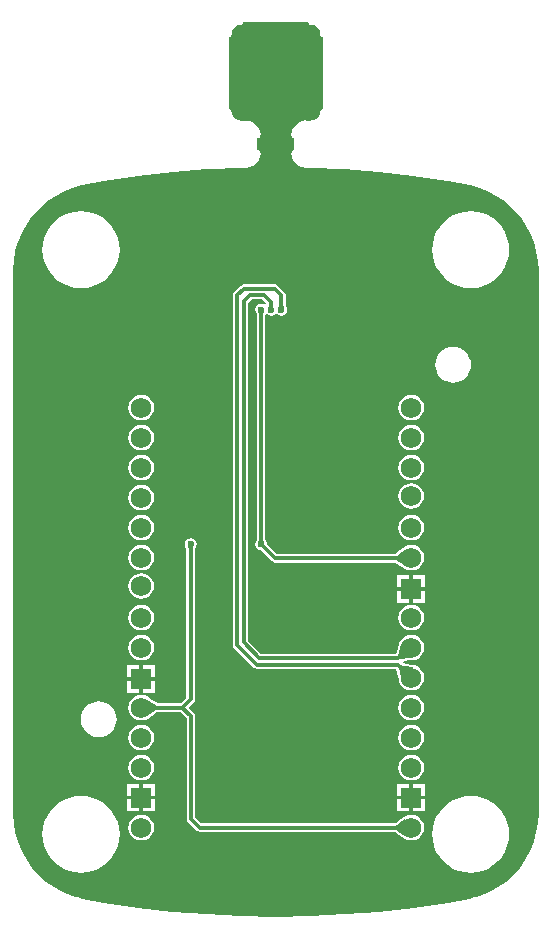
<source format=gbl>
G04*
G04 #@! TF.GenerationSoftware,Altium Limited,Altium Designer,19.0.10 (269)*
G04*
G04 Layer_Physical_Order=2*
G04 Layer_Color=16711680*
%FSLAX25Y25*%
%MOIN*%
G70*
G01*
G75*
%ADD18C,0.01181*%
%ADD19C,0.06900*%
%ADD20R,0.06900X0.06900*%
%ADD21C,0.02362*%
G36*
X99430Y299212D02*
X99506Y298828D01*
X99724Y298503D01*
X100049Y298285D01*
X100433Y298209D01*
Y298203D01*
X101191Y298103D01*
X101897Y297811D01*
X102504Y297345D01*
X102969Y296739D01*
X103261Y296033D01*
X103361Y295275D01*
X103367D01*
X103443Y294891D01*
X103661Y294566D01*
X103986Y294348D01*
X104370Y294272D01*
Y270295D01*
X104370Y270295D01*
X103986Y270218D01*
X103661Y270001D01*
X103443Y269675D01*
X103367Y269291D01*
X103361D01*
X103261Y268534D01*
X102969Y267827D01*
X102503Y267221D01*
X101897Y266756D01*
X101191Y266463D01*
X100433Y266364D01*
Y266358D01*
X100049Y266282D01*
X99898Y266181D01*
X99549Y266103D01*
X99200Y266181D01*
X99049Y266282D01*
X98665Y266358D01*
Y266381D01*
X97381Y266212D01*
X96184Y265716D01*
X95156Y264927D01*
X94367Y263899D01*
X93871Y262702D01*
X93702Y261417D01*
X93725D01*
X93801Y261033D01*
X94019Y260708D01*
X94344Y260490D01*
X94728Y260414D01*
Y256594D01*
X94344Y256518D01*
X94018Y256300D01*
X93801Y255975D01*
X93725Y255591D01*
X93701D01*
X93871Y254306D01*
X94366Y253109D01*
X95155Y252081D01*
X96183Y251292D01*
X97380Y250796D01*
X98665Y250627D01*
Y250627D01*
X98686Y250648D01*
X99888Y250628D01*
X111429Y250061D01*
X122945Y249117D01*
X134424Y247797D01*
X145853Y246101D01*
X153130Y244777D01*
X153130Y244777D01*
X153130Y244777D01*
X153624Y244697D01*
X156582Y243845D01*
X159614Y242589D01*
X162486Y241002D01*
X165162Y239103D01*
X167609Y236916D01*
X169796Y234469D01*
X171695Y231793D01*
X173282Y228921D01*
X174538Y225889D01*
X175447Y222735D01*
X175996Y219500D01*
X176156Y216650D01*
X176156Y216650D01*
X176156D01*
X176162Y216645D01*
Y35136D01*
X176156Y35131D01*
X176156Y35131D01*
X176156Y35131D01*
X175996Y32280D01*
X175447Y29045D01*
X174538Y25892D01*
X173282Y22860D01*
X171695Y19988D01*
X169796Y17311D01*
X167609Y14864D01*
X165162Y12678D01*
X162486Y10779D01*
X159614Y9191D01*
X156582Y7936D01*
X153624Y7083D01*
X153130Y7004D01*
X153130Y7004D01*
X153130Y7004D01*
X145890Y5686D01*
X134502Y3997D01*
X123065Y2681D01*
X111592Y1740D01*
X100093Y1175D01*
X88583Y987D01*
X77072Y1175D01*
X65574Y1740D01*
X54100Y2681D01*
X42663Y3997D01*
X31275Y5686D01*
X24035Y7004D01*
X24035Y7004D01*
X24035Y7004D01*
X23541Y7083D01*
X20583Y7936D01*
X17552Y9191D01*
X14680Y10779D01*
X12003Y12678D01*
X9556Y14864D01*
X7369Y17311D01*
X5470Y19988D01*
X3883Y22860D01*
X2627Y25892D01*
X1719Y29045D01*
X1169Y32280D01*
X1009Y35131D01*
X1009Y35131D01*
X1009D01*
X1003Y35136D01*
Y216645D01*
X1009Y216650D01*
X1009Y216650D01*
X1009Y216650D01*
X1169Y219500D01*
X1719Y222735D01*
X2627Y225889D01*
X3883Y228921D01*
X5470Y231793D01*
X7369Y234469D01*
X9556Y236916D01*
X12003Y239103D01*
X14680Y241002D01*
X17552Y242589D01*
X20583Y243845D01*
X23541Y244697D01*
X24035Y244777D01*
X24035Y244777D01*
X24035Y244777D01*
X31312Y246101D01*
X42742Y247797D01*
X54220Y249117D01*
X65737Y250061D01*
X77277Y250628D01*
X78479Y250648D01*
X78500Y250627D01*
Y250627D01*
X79785Y250796D01*
X80982Y251292D01*
X82010Y252081D01*
X82799Y253109D01*
X83295Y254306D01*
X83464Y255591D01*
X83441D01*
X83364Y255975D01*
X83147Y256300D01*
X82821Y256518D01*
X82437Y256594D01*
Y260414D01*
X82821Y260490D01*
X83147Y260708D01*
X83364Y261033D01*
X83441Y261417D01*
X83464D01*
X83295Y262702D01*
X82799Y263899D01*
X82010Y264927D01*
X80982Y265716D01*
X79785Y266212D01*
X78500Y266381D01*
Y266358D01*
X78116Y266282D01*
X77965Y266181D01*
X77616Y266103D01*
X77267Y266181D01*
X77116Y266282D01*
X76732Y266358D01*
Y266364D01*
X75975Y266463D01*
X75268Y266756D01*
X74662Y267221D01*
X74197Y267827D01*
X73904Y268534D01*
X73804Y269291D01*
X73799D01*
X73722Y269675D01*
X73505Y270001D01*
X73179Y270218D01*
X72795Y270295D01*
X72795Y270295D01*
Y294272D01*
X73179Y294348D01*
X73505Y294566D01*
X73722Y294891D01*
X73798Y295275D01*
X73804D01*
X73904Y296033D01*
X74196Y296739D01*
X74662Y297345D01*
X75268Y297811D01*
X75974Y298103D01*
X76732Y298203D01*
Y298209D01*
X77116Y298285D01*
X77442Y298503D01*
X77659Y298828D01*
X77736Y299212D01*
X77736Y299213D01*
X99430D01*
X99430Y299212D01*
D02*
G37*
%LPC*%
G36*
X153543Y236166D02*
X151535Y236008D01*
X149577Y235538D01*
X147716Y234767D01*
X145999Y233715D01*
X144468Y232407D01*
X143160Y230875D01*
X142107Y229158D01*
X141337Y227297D01*
X140866Y225339D01*
X140708Y223331D01*
X140866Y221323D01*
X141337Y219365D01*
X142107Y217504D01*
X143160Y215787D01*
X144468Y214256D01*
X145999Y212948D01*
X147716Y211895D01*
X149577Y211125D01*
X151535Y210654D01*
X153543Y210496D01*
X155551Y210654D01*
X157510Y211125D01*
X159370Y211895D01*
X161087Y212948D01*
X162619Y214256D01*
X163927Y215787D01*
X164979Y217504D01*
X165750Y219365D01*
X166220Y221323D01*
X166378Y223331D01*
X166220Y225339D01*
X165750Y227297D01*
X164979Y229158D01*
X163927Y230875D01*
X162619Y232407D01*
X161087Y233715D01*
X159370Y234767D01*
X157510Y235538D01*
X155551Y236008D01*
X153543Y236166D01*
D02*
G37*
G36*
X23622Y236166D02*
X21614Y236008D01*
X19656Y235538D01*
X17795Y234767D01*
X16078Y233715D01*
X14546Y232407D01*
X13239Y230875D01*
X12186Y229158D01*
X11415Y227297D01*
X10945Y225339D01*
X10787Y223331D01*
X10945Y221323D01*
X11415Y219365D01*
X12186Y217504D01*
X13239Y215787D01*
X14546Y214256D01*
X16078Y212948D01*
X17795Y211895D01*
X19656Y211125D01*
X21614Y210654D01*
X23622Y210496D01*
X25630Y210654D01*
X27588Y211125D01*
X29449Y211895D01*
X31166Y212948D01*
X32698Y214256D01*
X34006Y215787D01*
X35058Y217504D01*
X35829Y219365D01*
X36299Y221323D01*
X36457Y223331D01*
X36299Y225339D01*
X35829Y227297D01*
X35058Y229158D01*
X34006Y230875D01*
X32698Y232407D01*
X31166Y233715D01*
X29449Y234767D01*
X27588Y235538D01*
X25630Y236008D01*
X23622Y236166D01*
D02*
G37*
G36*
X88260Y211755D02*
X77913D01*
X77376Y211648D01*
X76920Y211344D01*
X74699Y209123D01*
X74395Y208668D01*
X74288Y208130D01*
Y91496D01*
X74395Y90958D01*
X74699Y90503D01*
X81192Y84010D01*
X81647Y83706D01*
X82185Y83599D01*
X128766D01*
X128783Y83582D01*
X129376Y80726D01*
X129473Y80067D01*
X129497Y79999D01*
X129554Y79563D01*
X129981Y78532D01*
X130660Y77647D01*
X131546Y76968D01*
X132577Y76541D01*
X133683Y76395D01*
X134789Y76541D01*
X135820Y76968D01*
X136705Y77647D01*
X137384Y78532D01*
X137811Y79563D01*
X137957Y80669D01*
X137811Y81775D01*
X137384Y82806D01*
X136705Y83691D01*
X135820Y84371D01*
X134789Y84798D01*
X134360Y84854D01*
X134298Y84877D01*
X131974Y85257D01*
X131230Y85421D01*
X131025Y85478D01*
X130942Y85562D01*
X130857Y85738D01*
X131138Y86261D01*
X133048Y86407D01*
X133541Y86414D01*
X133683Y86395D01*
X134789Y86541D01*
X135820Y86968D01*
X136705Y87647D01*
X137384Y88532D01*
X137811Y89563D01*
X137957Y90669D01*
X137811Y91776D01*
X137384Y92806D01*
X136705Y93691D01*
X135820Y94371D01*
X134789Y94798D01*
X133683Y94943D01*
X132577Y94798D01*
X131546Y94371D01*
X130660Y93691D01*
X129981Y92806D01*
X129554Y91776D01*
X129536Y91639D01*
X129241Y90616D01*
X128807Y89269D01*
X128583Y88689D01*
X128536Y88590D01*
X83670D01*
X79279Y92981D01*
Y205564D01*
X80480Y206764D01*
X84068D01*
X85313Y205519D01*
X85270Y205158D01*
X84780Y204930D01*
X84475Y205134D01*
X83707Y205287D01*
X82939Y205134D01*
X82288Y204699D01*
X81852Y204048D01*
X81700Y203279D01*
X81852Y202512D01*
X82075Y202179D01*
X82107Y202107D01*
X82160Y202031D01*
X82195Y201975D01*
X82224Y201921D01*
X82249Y201868D01*
X82269Y201816D01*
X82284Y201765D01*
X82297Y201713D01*
X82302Y201683D01*
Y126673D01*
X82297Y126644D01*
X82284Y126592D01*
X82269Y126540D01*
X82249Y126488D01*
X82224Y126435D01*
X82195Y126381D01*
X82160Y126325D01*
X82107Y126250D01*
X82075Y126178D01*
X81852Y125845D01*
X81700Y125077D01*
X81852Y124309D01*
X82288Y123658D01*
X82939Y123222D01*
X83331Y123144D01*
X83405Y123116D01*
X83496Y123100D01*
X83560Y123086D01*
X83619Y123068D01*
X83674Y123048D01*
X83724Y123025D01*
X83772Y123000D01*
X83818Y122972D01*
X83842Y122955D01*
X87392Y119404D01*
X87848Y119100D01*
X88386Y118993D01*
X128245D01*
X130756Y117511D01*
X131302Y117145D01*
X131330Y117134D01*
X131546Y116968D01*
X132577Y116541D01*
X133683Y116395D01*
X134789Y116541D01*
X135820Y116968D01*
X136705Y117647D01*
X137384Y118532D01*
X137811Y119563D01*
X137957Y120669D01*
X137811Y121775D01*
X137384Y122806D01*
X136705Y123691D01*
X135820Y124371D01*
X134789Y124798D01*
X133683Y124943D01*
X132577Y124798D01*
X131546Y124371D01*
X131041Y123983D01*
X130977Y123951D01*
X129119Y122471D01*
X128496Y122030D01*
X128275Y121891D01*
X128119Y121806D01*
X128110Y121803D01*
X88968D01*
X85829Y124942D01*
X85812Y124966D01*
X85783Y125011D01*
X85758Y125059D01*
X85736Y125110D01*
X85715Y125164D01*
X85698Y125223D01*
X85683Y125287D01*
X85667Y125379D01*
X85639Y125452D01*
X85561Y125845D01*
X85339Y126177D01*
X85307Y126250D01*
X85253Y126325D01*
X85218Y126381D01*
X85189Y126435D01*
X85165Y126488D01*
X85145Y126540D01*
X85129Y126592D01*
X85117Y126644D01*
X85112Y126673D01*
Y201501D01*
X85537Y201863D01*
X85577Y201862D01*
X85617Y201856D01*
X85689Y201834D01*
X86301Y201425D01*
X87069Y201273D01*
X87837Y201425D01*
X88434Y201824D01*
X88616Y201878D01*
X88884D01*
X89065Y201824D01*
X89663Y201425D01*
X90431Y201273D01*
X91199Y201425D01*
X91850Y201860D01*
X92285Y202512D01*
X92438Y203279D01*
X92285Y204048D01*
X92063Y204380D01*
X92031Y204452D01*
X91977Y204528D01*
X91943Y204584D01*
X91913Y204638D01*
X91889Y204691D01*
X91869Y204743D01*
X91853Y204794D01*
X91841Y204846D01*
X91836Y204876D01*
Y208179D01*
X91729Y208717D01*
X91425Y209173D01*
X89253Y211344D01*
X88797Y211648D01*
X88260Y211755D01*
D02*
G37*
G36*
X147638Y190879D02*
X146480Y190765D01*
X145367Y190428D01*
X144341Y189879D01*
X143442Y189141D01*
X142704Y188242D01*
X142155Y187216D01*
X141818Y186103D01*
X141704Y184945D01*
X141818Y183788D01*
X142155Y182675D01*
X142704Y181649D01*
X143442Y180749D01*
X144341Y180011D01*
X145367Y179463D01*
X146480Y179125D01*
X147638Y179011D01*
X148795Y179125D01*
X149909Y179463D01*
X150935Y180011D01*
X151834Y180749D01*
X152572Y181649D01*
X153120Y182675D01*
X153458Y183788D01*
X153572Y184945D01*
X153458Y186103D01*
X153120Y187216D01*
X152572Y188242D01*
X151834Y189141D01*
X150935Y189879D01*
X149909Y190428D01*
X148795Y190765D01*
X147638Y190879D01*
D02*
G37*
G36*
X133683Y174943D02*
X132577Y174798D01*
X131546Y174371D01*
X130660Y173691D01*
X129981Y172806D01*
X129554Y171775D01*
X129409Y170669D01*
X129554Y169563D01*
X129981Y168532D01*
X130660Y167647D01*
X131546Y166968D01*
X132577Y166541D01*
X133683Y166395D01*
X134789Y166541D01*
X135820Y166968D01*
X136705Y167647D01*
X137384Y168532D01*
X137811Y169563D01*
X137957Y170669D01*
X137811Y171775D01*
X137384Y172806D01*
X136705Y173691D01*
X135820Y174371D01*
X134789Y174798D01*
X133683Y174943D01*
D02*
G37*
G36*
X43683D02*
X42577Y174798D01*
X41546Y174371D01*
X40661Y173691D01*
X39981Y172806D01*
X39554Y171775D01*
X39409Y170669D01*
X39554Y169563D01*
X39981Y168532D01*
X40661Y167647D01*
X41546Y166968D01*
X42577Y166541D01*
X43683Y166395D01*
X44789Y166541D01*
X45820Y166968D01*
X46705Y167647D01*
X47384Y168532D01*
X47811Y169563D01*
X47957Y170669D01*
X47811Y171775D01*
X47384Y172806D01*
X46705Y173691D01*
X45820Y174371D01*
X44789Y174798D01*
X43683Y174943D01*
D02*
G37*
G36*
X133683Y164943D02*
X132577Y164798D01*
X131546Y164371D01*
X130660Y163691D01*
X129981Y162806D01*
X129554Y161776D01*
X129409Y160669D01*
X129554Y159563D01*
X129981Y158532D01*
X130660Y157647D01*
X131546Y156968D01*
X132577Y156541D01*
X133683Y156395D01*
X134789Y156541D01*
X135820Y156968D01*
X136705Y157647D01*
X137384Y158532D01*
X137811Y159563D01*
X137957Y160669D01*
X137811Y161776D01*
X137384Y162806D01*
X136705Y163691D01*
X135820Y164371D01*
X134789Y164798D01*
X133683Y164943D01*
D02*
G37*
G36*
X43683D02*
X42577Y164798D01*
X41546Y164371D01*
X40661Y163691D01*
X39981Y162806D01*
X39554Y161776D01*
X39409Y160669D01*
X39554Y159563D01*
X39981Y158532D01*
X40661Y157647D01*
X41546Y156968D01*
X42577Y156541D01*
X43683Y156395D01*
X44789Y156541D01*
X45820Y156968D01*
X46705Y157647D01*
X47384Y158532D01*
X47811Y159563D01*
X47957Y160669D01*
X47811Y161776D01*
X47384Y162806D01*
X46705Y163691D01*
X45820Y164371D01*
X44789Y164798D01*
X43683Y164943D01*
D02*
G37*
G36*
X133683Y154943D02*
X132577Y154798D01*
X131546Y154371D01*
X130660Y153691D01*
X129981Y152806D01*
X129554Y151776D01*
X129409Y150669D01*
X129554Y149563D01*
X129981Y148532D01*
X130660Y147647D01*
X131546Y146968D01*
X132577Y146541D01*
X133683Y146395D01*
X134789Y146541D01*
X135820Y146968D01*
X136705Y147647D01*
X137384Y148532D01*
X137811Y149563D01*
X137957Y150669D01*
X137811Y151776D01*
X137384Y152806D01*
X136705Y153691D01*
X135820Y154371D01*
X134789Y154798D01*
X133683Y154943D01*
D02*
G37*
G36*
X43683D02*
X42577Y154798D01*
X41546Y154371D01*
X40661Y153691D01*
X39981Y152806D01*
X39554Y151776D01*
X39409Y150669D01*
X39554Y149563D01*
X39981Y148532D01*
X40661Y147647D01*
X41546Y146968D01*
X42577Y146541D01*
X43683Y146395D01*
X44789Y146541D01*
X45820Y146968D01*
X46705Y147647D01*
X47384Y148532D01*
X47811Y149563D01*
X47957Y150669D01*
X47811Y151776D01*
X47384Y152806D01*
X46705Y153691D01*
X45820Y154371D01*
X44789Y154798D01*
X43683Y154943D01*
D02*
G37*
G36*
X133683Y145443D02*
X132577Y145298D01*
X131546Y144871D01*
X130660Y144191D01*
X129981Y143306D01*
X129554Y142276D01*
X129409Y141169D01*
X129554Y140063D01*
X129981Y139032D01*
X130660Y138147D01*
X131546Y137468D01*
X132577Y137041D01*
X133683Y136895D01*
X134789Y137041D01*
X135820Y137468D01*
X136705Y138147D01*
X137384Y139032D01*
X137811Y140063D01*
X137957Y141169D01*
X137811Y142276D01*
X137384Y143306D01*
X136705Y144191D01*
X135820Y144871D01*
X134789Y145298D01*
X133683Y145443D01*
D02*
G37*
G36*
X43683Y144943D02*
X42577Y144798D01*
X41546Y144371D01*
X40661Y143691D01*
X39981Y142806D01*
X39554Y141776D01*
X39409Y140669D01*
X39554Y139563D01*
X39981Y138532D01*
X40661Y137647D01*
X41546Y136968D01*
X42577Y136541D01*
X43683Y136395D01*
X44789Y136541D01*
X45820Y136968D01*
X46705Y137647D01*
X47384Y138532D01*
X47811Y139563D01*
X47957Y140669D01*
X47811Y141776D01*
X47384Y142806D01*
X46705Y143691D01*
X45820Y144371D01*
X44789Y144798D01*
X43683Y144943D01*
D02*
G37*
G36*
X133683Y134943D02*
X132577Y134798D01*
X131546Y134371D01*
X130660Y133691D01*
X129981Y132806D01*
X129554Y131775D01*
X129409Y130669D01*
X129554Y129563D01*
X129981Y128532D01*
X130660Y127647D01*
X131546Y126968D01*
X132577Y126541D01*
X133683Y126395D01*
X134789Y126541D01*
X135820Y126968D01*
X136705Y127647D01*
X137384Y128532D01*
X137811Y129563D01*
X137957Y130669D01*
X137811Y131775D01*
X137384Y132806D01*
X136705Y133691D01*
X135820Y134371D01*
X134789Y134798D01*
X133683Y134943D01*
D02*
G37*
G36*
X43683D02*
X42577Y134798D01*
X41546Y134371D01*
X40661Y133691D01*
X39981Y132806D01*
X39554Y131775D01*
X39409Y130669D01*
X39554Y129563D01*
X39981Y128532D01*
X40661Y127647D01*
X41546Y126968D01*
X42577Y126541D01*
X43683Y126395D01*
X44789Y126541D01*
X45820Y126968D01*
X46705Y127647D01*
X47384Y128532D01*
X47811Y129563D01*
X47957Y130669D01*
X47811Y131775D01*
X47384Y132806D01*
X46705Y133691D01*
X45820Y134371D01*
X44789Y134798D01*
X43683Y134943D01*
D02*
G37*
G36*
Y124943D02*
X42577Y124798D01*
X41546Y124371D01*
X40661Y123691D01*
X39981Y122806D01*
X39554Y121775D01*
X39409Y120669D01*
X39554Y119563D01*
X39981Y118532D01*
X40661Y117647D01*
X41546Y116968D01*
X42577Y116541D01*
X43683Y116395D01*
X44789Y116541D01*
X45820Y116968D01*
X46705Y117647D01*
X47384Y118532D01*
X47811Y119563D01*
X47957Y120669D01*
X47811Y121775D01*
X47384Y122806D01*
X46705Y123691D01*
X45820Y124371D01*
X44789Y124798D01*
X43683Y124943D01*
D02*
G37*
G36*
X138314Y114800D02*
X134273D01*
Y110760D01*
X138314D01*
Y114800D01*
D02*
G37*
G36*
X133092D02*
X129052D01*
Y110760D01*
X133092D01*
Y114800D01*
D02*
G37*
G36*
X43683Y115443D02*
X42577Y115298D01*
X41546Y114871D01*
X40661Y114191D01*
X39981Y113306D01*
X39554Y112276D01*
X39409Y111169D01*
X39554Y110063D01*
X39981Y109032D01*
X40661Y108147D01*
X41546Y107468D01*
X42577Y107041D01*
X43683Y106895D01*
X44789Y107041D01*
X45820Y107468D01*
X46705Y108147D01*
X47384Y109032D01*
X47811Y110063D01*
X47957Y111169D01*
X47811Y112276D01*
X47384Y113306D01*
X46705Y114191D01*
X45820Y114871D01*
X44789Y115298D01*
X43683Y115443D01*
D02*
G37*
G36*
X138314Y109579D02*
X134273D01*
Y105538D01*
X138314D01*
Y109579D01*
D02*
G37*
G36*
X133092D02*
X129052D01*
Y105538D01*
X133092D01*
Y109579D01*
D02*
G37*
G36*
X133683Y104943D02*
X132577Y104798D01*
X131546Y104371D01*
X130660Y103691D01*
X129981Y102806D01*
X129554Y101776D01*
X129409Y100669D01*
X129554Y99563D01*
X129981Y98532D01*
X130660Y97647D01*
X131546Y96968D01*
X132577Y96541D01*
X133683Y96395D01*
X134789Y96541D01*
X135820Y96968D01*
X136705Y97647D01*
X137384Y98532D01*
X137811Y99563D01*
X137957Y100669D01*
X137811Y101776D01*
X137384Y102806D01*
X136705Y103691D01*
X135820Y104371D01*
X134789Y104798D01*
X133683Y104943D01*
D02*
G37*
G36*
X43683D02*
X42577Y104798D01*
X41546Y104371D01*
X40661Y103691D01*
X39981Y102806D01*
X39554Y101776D01*
X39409Y100669D01*
X39554Y99563D01*
X39981Y98532D01*
X40661Y97647D01*
X41546Y96968D01*
X42577Y96541D01*
X43683Y96395D01*
X44789Y96541D01*
X45820Y96968D01*
X46705Y97647D01*
X47384Y98532D01*
X47811Y99563D01*
X47957Y100669D01*
X47811Y101776D01*
X47384Y102806D01*
X46705Y103691D01*
X45820Y104371D01*
X44789Y104798D01*
X43683Y104943D01*
D02*
G37*
G36*
Y94943D02*
X42577Y94798D01*
X41546Y94371D01*
X40661Y93691D01*
X39981Y92806D01*
X39554Y91776D01*
X39409Y90669D01*
X39554Y89563D01*
X39981Y88532D01*
X40661Y87647D01*
X41546Y86968D01*
X42577Y86541D01*
X43683Y86395D01*
X44789Y86541D01*
X45820Y86968D01*
X46705Y87647D01*
X47384Y88532D01*
X47811Y89563D01*
X47957Y90669D01*
X47811Y91776D01*
X47384Y92806D01*
X46705Y93691D01*
X45820Y94371D01*
X44789Y94798D01*
X43683Y94943D01*
D02*
G37*
G36*
X48314Y84800D02*
X44273D01*
Y80760D01*
X48314D01*
Y84800D01*
D02*
G37*
G36*
X43092D02*
X39052D01*
Y80760D01*
X43092D01*
Y84800D01*
D02*
G37*
G36*
X48314Y79579D02*
X44273D01*
Y75538D01*
X48314D01*
Y79579D01*
D02*
G37*
G36*
X43092D02*
X39052D01*
Y75538D01*
X43092D01*
Y79579D01*
D02*
G37*
G36*
X60138Y127084D02*
X59370Y126931D01*
X58719Y126496D01*
X58284Y125845D01*
X58131Y125077D01*
X58284Y124309D01*
X58531Y123938D01*
X58563Y123870D01*
X58621Y123792D01*
X58659Y123734D01*
X58691Y123678D01*
X58717Y123624D01*
X58738Y123573D01*
X58755Y123523D01*
X58767Y123473D01*
X58772Y123447D01*
Y73991D01*
X56855Y72074D01*
X49207D01*
X46768Y73674D01*
X46234Y74072D01*
X46168Y74103D01*
X45820Y74371D01*
X44789Y74798D01*
X43683Y74943D01*
X42577Y74798D01*
X41546Y74371D01*
X40661Y73691D01*
X39981Y72806D01*
X39554Y71776D01*
X39409Y70669D01*
X39554Y69563D01*
X39981Y68532D01*
X40661Y67647D01*
X41546Y66968D01*
X42577Y66541D01*
X43683Y66395D01*
X44789Y66541D01*
X45820Y66968D01*
X46163Y67232D01*
X46223Y67259D01*
X48134Y68633D01*
X48777Y69043D01*
X49006Y69173D01*
X49171Y69254D01*
X49199Y69264D01*
X56855D01*
X58894Y67225D01*
Y33559D01*
X59001Y33021D01*
X59306Y32566D01*
X62195Y29676D01*
X62651Y29371D01*
X63189Y29264D01*
X128158D01*
X130597Y27664D01*
X131132Y27266D01*
X131197Y27235D01*
X131546Y26968D01*
X132577Y26541D01*
X133683Y26395D01*
X134789Y26541D01*
X135820Y26968D01*
X136705Y27647D01*
X137384Y28532D01*
X137811Y29563D01*
X137957Y30669D01*
X137811Y31776D01*
X137384Y32806D01*
X136705Y33691D01*
X135820Y34371D01*
X134789Y34798D01*
X133683Y34943D01*
X132577Y34798D01*
X131546Y34371D01*
X131202Y34107D01*
X131142Y34080D01*
X129231Y32705D01*
X128588Y32295D01*
X128359Y32165D01*
X128194Y32085D01*
X128167Y32074D01*
X63771D01*
X61704Y34141D01*
Y67807D01*
X61597Y68345D01*
X61293Y68800D01*
X59424Y70669D01*
X61171Y72416D01*
X61475Y72872D01*
X61582Y73409D01*
Y123517D01*
X61587Y123549D01*
X61599Y123604D01*
X61614Y123657D01*
X61633Y123709D01*
X61656Y123761D01*
X61682Y123813D01*
X61713Y123865D01*
X61762Y123938D01*
X61792Y124009D01*
X61992Y124309D01*
X62145Y125077D01*
X61992Y125845D01*
X61557Y126496D01*
X60906Y126931D01*
X60138Y127084D01*
D02*
G37*
G36*
X133683Y74943D02*
X132577Y74798D01*
X131546Y74371D01*
X130660Y73691D01*
X129981Y72806D01*
X129554Y71776D01*
X129409Y70669D01*
X129554Y69563D01*
X129981Y68532D01*
X130660Y67647D01*
X131546Y66968D01*
X132577Y66541D01*
X133683Y66395D01*
X134789Y66541D01*
X135820Y66968D01*
X136705Y67647D01*
X137384Y68532D01*
X137811Y69563D01*
X137957Y70669D01*
X137811Y71776D01*
X137384Y72806D01*
X136705Y73691D01*
X135820Y74371D01*
X134789Y74798D01*
X133683Y74943D01*
D02*
G37*
G36*
X29528Y72769D02*
X28370Y72655D01*
X27257Y72317D01*
X26231Y71769D01*
X25332Y71031D01*
X24593Y70132D01*
X24045Y69106D01*
X23708Y67993D01*
X23594Y66835D01*
X23708Y65677D01*
X24045Y64564D01*
X24593Y63538D01*
X25332Y62639D01*
X26231Y61901D01*
X27257Y61353D01*
X28370Y61015D01*
X29528Y60901D01*
X30685Y61015D01*
X31798Y61353D01*
X32824Y61901D01*
X33724Y62639D01*
X34462Y63538D01*
X35010Y64564D01*
X35348Y65677D01*
X35462Y66835D01*
X35348Y67993D01*
X35010Y69106D01*
X34462Y70132D01*
X33724Y71031D01*
X32824Y71769D01*
X31798Y72317D01*
X30685Y72655D01*
X29528Y72769D01*
D02*
G37*
G36*
X133683Y64943D02*
X132577Y64798D01*
X131546Y64371D01*
X130660Y63691D01*
X129981Y62806D01*
X129554Y61775D01*
X129409Y60669D01*
X129554Y59563D01*
X129981Y58532D01*
X130660Y57647D01*
X131546Y56968D01*
X132577Y56541D01*
X133683Y56395D01*
X134789Y56541D01*
X135820Y56968D01*
X136705Y57647D01*
X137384Y58532D01*
X137811Y59563D01*
X137957Y60669D01*
X137811Y61775D01*
X137384Y62806D01*
X136705Y63691D01*
X135820Y64371D01*
X134789Y64798D01*
X133683Y64943D01*
D02*
G37*
G36*
X43683D02*
X42577Y64798D01*
X41546Y64371D01*
X40661Y63691D01*
X39981Y62806D01*
X39554Y61775D01*
X39409Y60669D01*
X39554Y59563D01*
X39981Y58532D01*
X40661Y57647D01*
X41546Y56968D01*
X42577Y56541D01*
X43683Y56395D01*
X44789Y56541D01*
X45820Y56968D01*
X46705Y57647D01*
X47384Y58532D01*
X47811Y59563D01*
X47957Y60669D01*
X47811Y61775D01*
X47384Y62806D01*
X46705Y63691D01*
X45820Y64371D01*
X44789Y64798D01*
X43683Y64943D01*
D02*
G37*
G36*
X133683Y54943D02*
X132577Y54798D01*
X131546Y54371D01*
X130660Y53691D01*
X129981Y52806D01*
X129554Y51775D01*
X129409Y50669D01*
X129554Y49563D01*
X129981Y48532D01*
X130660Y47647D01*
X131546Y46968D01*
X132577Y46541D01*
X133683Y46395D01*
X134789Y46541D01*
X135820Y46968D01*
X136705Y47647D01*
X137384Y48532D01*
X137811Y49563D01*
X137957Y50669D01*
X137811Y51775D01*
X137384Y52806D01*
X136705Y53691D01*
X135820Y54371D01*
X134789Y54798D01*
X133683Y54943D01*
D02*
G37*
G36*
X43683D02*
X42577Y54798D01*
X41546Y54371D01*
X40661Y53691D01*
X39981Y52806D01*
X39554Y51775D01*
X39409Y50669D01*
X39554Y49563D01*
X39981Y48532D01*
X40661Y47647D01*
X41546Y46968D01*
X42577Y46541D01*
X43683Y46395D01*
X44789Y46541D01*
X45820Y46968D01*
X46705Y47647D01*
X47384Y48532D01*
X47811Y49563D01*
X47957Y50669D01*
X47811Y51775D01*
X47384Y52806D01*
X46705Y53691D01*
X45820Y54371D01*
X44789Y54798D01*
X43683Y54943D01*
D02*
G37*
G36*
X138314Y45300D02*
X134273D01*
Y41260D01*
X138314D01*
Y45300D01*
D02*
G37*
G36*
X48314D02*
X44273D01*
Y41260D01*
X48314D01*
Y45300D01*
D02*
G37*
G36*
X133092D02*
X129052D01*
Y41260D01*
X133092D01*
Y45300D01*
D02*
G37*
G36*
X43092D02*
X39052D01*
Y41260D01*
X43092D01*
Y45300D01*
D02*
G37*
G36*
X138314Y40079D02*
X134273D01*
Y36038D01*
X138314D01*
Y40079D01*
D02*
G37*
G36*
X133092D02*
X129052D01*
Y36038D01*
X133092D01*
Y40079D01*
D02*
G37*
G36*
X48314D02*
X44273D01*
Y36038D01*
X48314D01*
Y40079D01*
D02*
G37*
G36*
X43092D02*
X39052D01*
Y36038D01*
X43092D01*
Y40079D01*
D02*
G37*
G36*
X43683Y34943D02*
X42577Y34798D01*
X41546Y34371D01*
X40661Y33691D01*
X39981Y32806D01*
X39554Y31776D01*
X39409Y30669D01*
X39554Y29563D01*
X39981Y28532D01*
X40661Y27647D01*
X41546Y26968D01*
X42577Y26541D01*
X43683Y26395D01*
X44789Y26541D01*
X45820Y26968D01*
X46705Y27647D01*
X47384Y28532D01*
X47811Y29563D01*
X47957Y30669D01*
X47811Y31776D01*
X47384Y32806D01*
X46705Y33691D01*
X45820Y34371D01*
X44789Y34798D01*
X43683Y34943D01*
D02*
G37*
G36*
X153543Y41284D02*
X151535Y41126D01*
X149577Y40656D01*
X147716Y39885D01*
X145999Y38833D01*
X144468Y37525D01*
X143160Y35993D01*
X142107Y34276D01*
X141337Y32416D01*
X140866Y30457D01*
X140708Y28449D01*
X140866Y26441D01*
X141337Y24483D01*
X142107Y22623D01*
X143160Y20905D01*
X144468Y19374D01*
X145999Y18066D01*
X147716Y17013D01*
X149577Y16243D01*
X151535Y15773D01*
X153543Y15615D01*
X155551Y15773D01*
X157510Y16243D01*
X159370Y17013D01*
X161087Y18066D01*
X162619Y19374D01*
X163927Y20905D01*
X164979Y22623D01*
X165750Y24483D01*
X166220Y26441D01*
X166378Y28449D01*
X166220Y30457D01*
X165750Y32416D01*
X164979Y34276D01*
X163927Y35993D01*
X162619Y37525D01*
X161087Y38833D01*
X159370Y39885D01*
X157510Y40656D01*
X155551Y41126D01*
X153543Y41284D01*
D02*
G37*
G36*
X23622D02*
X21614Y41126D01*
X19656Y40656D01*
X17795Y39885D01*
X16078Y38833D01*
X14546Y37525D01*
X13239Y35993D01*
X12186Y34276D01*
X11415Y32416D01*
X10945Y30457D01*
X10787Y28449D01*
X10945Y26441D01*
X11415Y24483D01*
X12186Y22623D01*
X13239Y20905D01*
X14546Y19374D01*
X16078Y18066D01*
X17795Y17013D01*
X19656Y16243D01*
X21614Y15773D01*
X23622Y15615D01*
X25630Y15773D01*
X27588Y16243D01*
X29449Y17013D01*
X31166Y18066D01*
X32698Y19374D01*
X34006Y20905D01*
X35058Y22623D01*
X35829Y24483D01*
X36299Y26441D01*
X36457Y28449D01*
X36299Y30457D01*
X35829Y32416D01*
X35058Y34276D01*
X34006Y35993D01*
X32698Y37525D01*
X31166Y38833D01*
X29449Y39885D01*
X27588Y40656D01*
X25630Y41126D01*
X23622Y41284D01*
D02*
G37*
%LPD*%
G36*
X91025Y204902D02*
X91036Y204794D01*
X91053Y204688D01*
X91078Y204583D01*
X91110Y204480D01*
X91149Y204379D01*
X91195Y204279D01*
X91248Y204181D01*
X91308Y204084D01*
X91375Y203989D01*
X89487D01*
X89554Y204084D01*
X89614Y204181D01*
X89667Y204279D01*
X89713Y204379D01*
X89752Y204480D01*
X89784Y204583D01*
X89809Y204688D01*
X89826Y204794D01*
X89837Y204902D01*
X89841Y205011D01*
X91022D01*
X91025Y204902D01*
D02*
G37*
G36*
X87438Y205010D02*
X87453Y204909D01*
X87477Y204808D01*
X87511Y204706D01*
X87555Y204605D01*
X87609Y204503D01*
X87673Y204402D01*
X87746Y204300D01*
X87828Y204199D01*
X87921Y204097D01*
X86046Y203870D01*
X86085Y203944D01*
X86120Y204023D01*
X86151Y204108D01*
X86178Y204197D01*
X86201Y204292D01*
X86234Y204496D01*
X86244Y204606D01*
X86252Y204842D01*
X87433Y205112D01*
X87438Y205010D01*
D02*
G37*
G36*
X84584Y202475D02*
X84524Y202379D01*
X84471Y202280D01*
X84425Y202181D01*
X84386Y202079D01*
X84354Y201976D01*
X84329Y201871D01*
X84311Y201765D01*
X84301Y201657D01*
X84297Y201548D01*
X83116D01*
X83113Y201657D01*
X83102Y201765D01*
X83084Y201871D01*
X83060Y201976D01*
X83028Y202079D01*
X82989Y202181D01*
X82943Y202280D01*
X82890Y202379D01*
X82829Y202475D01*
X82762Y202570D01*
X84651D01*
X84584Y202475D01*
D02*
G37*
G36*
X84301Y126699D02*
X84311Y126591D01*
X84329Y126485D01*
X84354Y126380D01*
X84386Y126277D01*
X84425Y126176D01*
X84471Y126076D01*
X84524Y125978D01*
X84584Y125881D01*
X84651Y125786D01*
X82762D01*
X82829Y125881D01*
X82890Y125978D01*
X82943Y126076D01*
X82989Y126176D01*
X83028Y126277D01*
X83060Y126380D01*
X83084Y126485D01*
X83102Y126591D01*
X83113Y126699D01*
X83116Y126808D01*
X84297D01*
X84301Y126699D01*
D02*
G37*
G36*
X84896Y125128D02*
X84921Y125017D01*
X84953Y124910D01*
X84992Y124807D01*
X85036Y124708D01*
X85086Y124613D01*
X85142Y124521D01*
X85205Y124434D01*
X85274Y124350D01*
X85349Y124270D01*
X84513Y123435D01*
X84434Y123510D01*
X84350Y123578D01*
X84262Y123641D01*
X84171Y123697D01*
X84075Y123748D01*
X83976Y123792D01*
X83873Y123830D01*
X83766Y123862D01*
X83655Y123888D01*
X83540Y123907D01*
X84876Y125243D01*
X84896Y125128D01*
D02*
G37*
G36*
X131749Y117812D02*
X131184Y118191D01*
X128580Y119727D01*
X128402Y119787D01*
X128272Y119807D01*
X128177Y120988D01*
X128299Y121011D01*
X128467Y121082D01*
X128681Y121198D01*
X128941Y121362D01*
X129601Y121829D01*
X131477Y123323D01*
X131749Y117812D01*
D02*
G37*
G36*
X133718Y87220D02*
X133011Y87209D01*
X129956Y86976D01*
X129790Y86919D01*
X129692Y86857D01*
X129037Y87873D01*
X129121Y87981D01*
X129216Y88148D01*
X129321Y88374D01*
X129564Y89001D01*
X130009Y90382D01*
X130360Y91597D01*
X133718Y87220D01*
D02*
G37*
G36*
X130337Y84881D02*
X130506Y84804D01*
X130739Y84724D01*
X131036Y84642D01*
X131823Y84468D01*
X134169Y84085D01*
X130267Y80184D01*
X130167Y80866D01*
X129548Y83846D01*
X129472Y84015D01*
X129398Y84119D01*
X130233Y84954D01*
X130337Y84881D01*
D02*
G37*
G36*
X61034Y124295D02*
X60978Y124200D01*
X60929Y124103D01*
X60886Y124005D01*
X60850Y123904D01*
X60820Y123801D01*
X60797Y123696D01*
X60781Y123589D01*
X60771Y123480D01*
X60768Y123369D01*
X59587Y123324D01*
X59583Y123431D01*
X59571Y123538D01*
X59553Y123643D01*
X59526Y123748D01*
X59492Y123851D01*
X59450Y123952D01*
X59401Y124053D01*
X59345Y124153D01*
X59280Y124251D01*
X59208Y124348D01*
X61097Y124387D01*
X61034Y124295D01*
D02*
G37*
G36*
X46308Y73016D02*
X48853Y71347D01*
X49026Y71281D01*
X49152Y71260D01*
Y70079D01*
X49026Y70057D01*
X48853Y69992D01*
X48632Y69884D01*
X48363Y69732D01*
X47684Y69298D01*
X45754Y67911D01*
Y73428D01*
X46308Y73016D01*
D02*
G37*
G36*
X131611Y27911D02*
X131057Y28322D01*
X128513Y29992D01*
X128339Y30057D01*
X128214Y30079D01*
Y31260D01*
X128339Y31282D01*
X128513Y31347D01*
X128734Y31455D01*
X129002Y31607D01*
X129682Y32040D01*
X131611Y33428D01*
Y27911D01*
D02*
G37*
D18*
X63189Y30669D02*
X133683D01*
X60299Y33559D02*
X63189Y30669D01*
X57437Y70669D02*
X60299Y67807D01*
Y33559D02*
Y67807D01*
X60177Y124500D02*
X60216Y124539D01*
X60177Y73409D02*
Y124500D01*
X57437Y70669D02*
X60177Y73409D01*
X43683Y70669D02*
X57437D01*
X86843Y203505D02*
Y205976D01*
X77874Y92400D02*
Y206146D01*
X75693Y91496D02*
Y208130D01*
Y91496D02*
X82185Y85004D01*
X75693Y208130D02*
X77913Y210350D01*
X77874Y206146D02*
X79898Y208169D01*
X84650D01*
X77913Y210350D02*
X88260D01*
X90431Y208179D01*
X84650Y208169D02*
X86843Y205976D01*
Y203505D02*
X87069Y203279D01*
X88386Y120398D02*
X133411D01*
X133683Y120669D01*
X83707Y125077D02*
X88386Y120398D01*
X83707Y125077D02*
Y203279D01*
X129348Y85004D02*
X133683Y80669D01*
X82185Y85004D02*
X129348D01*
X129184Y87185D02*
X132668Y90669D01*
X83088Y87185D02*
X129184D01*
X77874Y92400D02*
X83088Y87185D01*
X132668Y90669D02*
X133683D01*
X90431Y203279D02*
Y208179D01*
D19*
X43683Y30669D02*
D03*
Y70669D02*
D03*
Y60669D02*
D03*
Y50669D02*
D03*
Y90669D02*
D03*
Y100669D02*
D03*
Y111169D02*
D03*
Y170669D02*
D03*
Y160669D02*
D03*
Y150669D02*
D03*
Y140669D02*
D03*
Y130669D02*
D03*
Y120669D02*
D03*
X133683Y30669D02*
D03*
Y70669D02*
D03*
Y60669D02*
D03*
Y50669D02*
D03*
Y80669D02*
D03*
Y90669D02*
D03*
Y100669D02*
D03*
Y170669D02*
D03*
Y160669D02*
D03*
Y150669D02*
D03*
Y141169D02*
D03*
Y130669D02*
D03*
Y120669D02*
D03*
D20*
X43683Y40669D02*
D03*
Y80169D02*
D03*
X133683Y40669D02*
D03*
Y110169D02*
D03*
D21*
X165488Y233756D02*
D03*
Y194386D02*
D03*
X155646Y174701D02*
D03*
X165488Y155016D02*
D03*
X155646Y135331D02*
D03*
X165488Y115646D02*
D03*
X155646Y95961D02*
D03*
X165488Y76276D02*
D03*
X155646Y56591D02*
D03*
X165488Y36906D02*
D03*
X135961Y214071D02*
D03*
X145803Y194386D02*
D03*
Y155016D02*
D03*
Y115646D02*
D03*
Y76276D02*
D03*
X135961Y17221D02*
D03*
X126118Y233756D02*
D03*
X116276Y214071D02*
D03*
X126118Y194386D02*
D03*
X116276Y174701D02*
D03*
X126118Y155016D02*
D03*
X116276Y135331D02*
D03*
X126118Y115646D02*
D03*
X116276Y95961D02*
D03*
X126118Y76276D02*
D03*
X116276Y56591D02*
D03*
X126118Y36906D02*
D03*
X116276Y17221D02*
D03*
X106433Y233756D02*
D03*
X96591Y214071D02*
D03*
X106433Y194386D02*
D03*
X96591Y174701D02*
D03*
X106433Y155016D02*
D03*
X96591Y135331D02*
D03*
X106433Y115646D02*
D03*
X96591Y95961D02*
D03*
X106433Y76276D02*
D03*
X96591Y56591D02*
D03*
X106433Y36906D02*
D03*
X96591Y17221D02*
D03*
X76906Y214071D02*
D03*
X86748Y194386D02*
D03*
Y155016D02*
D03*
Y115646D02*
D03*
Y76276D02*
D03*
X76906Y56591D02*
D03*
X86748Y36906D02*
D03*
X76906Y17221D02*
D03*
X67063Y233756D02*
D03*
X57221Y214071D02*
D03*
X67063Y194386D02*
D03*
X57221Y174701D02*
D03*
X67063Y155016D02*
D03*
X57221Y135331D02*
D03*
X67063Y115646D02*
D03*
X57221Y95961D02*
D03*
X67063Y76276D02*
D03*
X57221Y56591D02*
D03*
X67063Y36906D02*
D03*
X57221Y17221D02*
D03*
X47378Y233756D02*
D03*
X37535Y214071D02*
D03*
X47378Y194386D02*
D03*
X37535Y174701D02*
D03*
X47378Y155016D02*
D03*
X37535Y135331D02*
D03*
X47378Y115646D02*
D03*
X37535Y95961D02*
D03*
Y56591D02*
D03*
Y17221D02*
D03*
X27693Y194386D02*
D03*
X17850Y174701D02*
D03*
X27693Y155016D02*
D03*
X17850Y135331D02*
D03*
X27693Y115646D02*
D03*
X17850Y95961D02*
D03*
X27693Y76276D02*
D03*
X17850Y56591D02*
D03*
X60138Y125077D02*
D03*
X83707D02*
D03*
X93793Y203279D02*
D03*
X90431D02*
D03*
X83707D02*
D03*
X87069D02*
D03*
M02*

</source>
